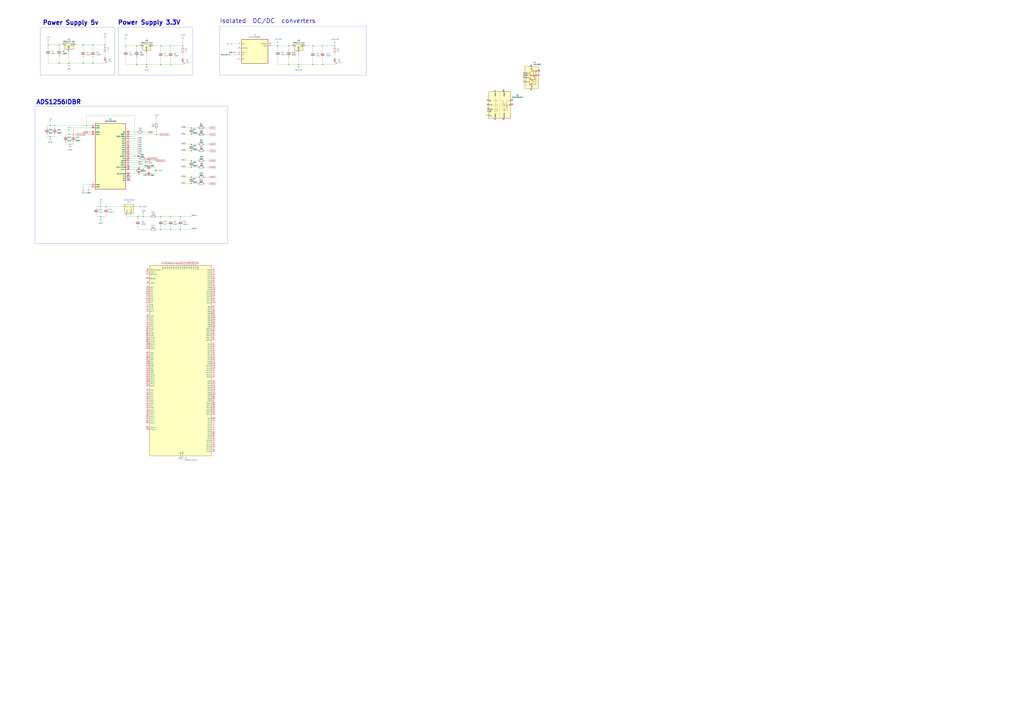
<source format=kicad_sch>
(kicad_sch (version 20231120) (generator "eeschema") (generator_version "8.0")
  (paper "A0")
  (junction (at 222.25 156.21))
  (junction (at 209.55 251.46))
  (junction (at 166.37 251.46))
  (junction (at 58.42 158.75))
  (junction (at 186.69 266.7))
  (junction (at 222.25 167.64))
  (junction (at 198.12 251.46))
  (junction (at 374.65 53.34))
  (junction (at 123.19 240.03))
  (junction (at 107.95 52.07))
  (junction (at 186.69 251.46))
  (junction (at 363.22 74.93))
  (junction (at 80.01 156.21))
  (junction (at 198.12 53.34))
  (junction (at 222.25 205.74))
  (junction (at 96.52 73.66))
  (junction (at 68.58 52.07))
  (junction (at 170.18 74.93))
  (junction (at 222.25 148.59))
  (junction (at 322.58 53.34))
  (junction (at 96.52 52.07))
  (junction (at 100.33 146.05))
  (junction (at 181.61 156.21))
  (junction (at 388.62 53.34))
  (junction (at 161.29 201.93))
  (junction (at 160.02 251.46))
  (junction (at 161.29 194.31))
  (junction (at 222.25 194.31))
  (junction (at 55.88 52.07))
  (junction (at 346.71 74.93))
  (junction (at 116.84 251.46))
  (junction (at 198.12 74.93))
  (junction (at 80.01 73.66))
  (junction (at 180.34 198.12))
  (junction (at 158.75 53.34))
  (junction (at 222.25 186.69))
  (junction (at 58.42 146.05))
  (junction (at 212.09 53.34))
  (junction (at 85.09 156.21))
  (junction (at 209.55 266.7))
  (junction (at 198.12 266.7))
  (junction (at 335.28 74.93))
  (junction (at 335.28 53.34))
  (junction (at 107.95 73.66))
  (junction (at 222.25 213.36))
  (junction (at 116.84 240.03))
  (junction (at 186.69 53.34))
  (junction (at 158.75 74.93))
  (junction (at 374.65 74.93))
  (junction (at 68.58 73.66))
  (junction (at 186.69 74.93))
  (junction (at 63.5 146.05))
  (junction (at 81.28 167.64))
  (junction (at 222.25 175.26))
  (junction (at 363.22 53.34))
  (junction (at 146.05 53.34))
  (junction (at 121.92 52.07))
  (no_connect (at 151.13 204.47))
  (no_connect (at 151.13 209.55))
  (no_connect (at 151.13 207.01))
  (no_connect (at 151.13 201.93))
  (wire (pts (xy 58.42 146.05) (xy 63.5 146.05)))
  (wire (pts (xy 186.69 53.34) (xy 186.69 59.69)))
  (wire (pts (xy 85.09 165.1) (xy 85.09 167.64)))
  (wire (pts (xy 212.09 54.61) (xy 212.09 53.34)))
  (wire (pts (xy 68.58 52.07) (xy 68.58 57.15)))
  (wire (pts (xy 123.19 251.46) (xy 123.19 248.92)))
  (wire (pts (xy 96.52 73.66) (xy 107.95 73.66)))
  (wire (pts (xy 198.12 251.46) (xy 198.12 255.27)))
  (wire (pts (xy 237.49 175.26) (xy 242.57 175.26)))
  (wire (pts (xy 166.37 248.92) (xy 166.37 251.46)))
  (wire (pts (xy 160.02 262.89) (xy 160.02 266.7)))
  (wire (pts (xy 76.2 157.48) (xy 76.2 156.21)))
  (wire (pts (xy 111.76 240.03) (xy 111.76 241.3)))
  (wire (pts (xy 80.01 73.66) (xy 96.52 73.66)))
  (wire (pts (xy 322.58 50.8) (xy 322.58 53.34)))
  (wire (pts (xy 111.76 240.03) (xy 116.84 240.03)))
  (wire (pts (xy 186.69 53.34) (xy 198.12 53.34)))
  (wire (pts (xy 170.18 74.93) (xy 186.69 74.93)))
  (wire (pts (xy 161.29 201.93) (xy 168.91 201.93)))
  (wire (pts (xy 151.13 176.53) (xy 160.02 176.53)))
  (wire (pts (xy 142.24 240.03) (xy 123.19 240.03)))
  (wire (pts (xy 107.95 52.07) (xy 121.92 52.07)))
  (wire (pts (xy 209.55 251.46) (xy 209.55 255.27)))
  (wire (pts (xy 335.28 53.34) (xy 335.28 58.42)))
  (wire (pts (xy 100.33 156.21) (xy 105.41 156.21)))
  (wire (pts (xy 222.25 148.59) (xy 229.87 148.59)))
  (wire (pts (xy 212.09 74.93) (xy 212.09 73.66)))
  (wire (pts (xy 68.58 52.07) (xy 72.39 52.07)))
  (wire (pts (xy 58.42 158.75) (xy 58.42 160.02)))
  (wire (pts (xy 335.28 74.93) (xy 346.71 74.93)))
  (wire (pts (xy 168.91 184.15) (xy 170.18 184.15)))
  (wire (pts (xy 222.25 205.74) (xy 229.87 205.74)))
  (wire (pts (xy 151.13 194.31) (xy 161.29 194.31)))
  (wire (pts (xy 322.58 58.42) (xy 322.58 53.34)))
  (wire (pts (xy 212.09 62.23) (xy 212.09 66.04)))
  (wire (pts (xy 181.61 138.43) (xy 181.61 142.24)))
  (wire (pts (xy 116.84 240.03) (xy 123.19 240.03)))
  (wire (pts (xy 186.69 74.93) (xy 198.12 74.93)))
  (wire (pts (xy 198.12 74.93) (xy 212.09 74.93)))
  (wire (pts (xy 322.58 74.93) (xy 335.28 74.93)))
  (wire (pts (xy 210.82 205.74) (xy 222.25 205.74)))
  (wire (pts (xy 58.42 142.24) (xy 58.42 146.05)))
  (wire (pts (xy 68.58 73.66) (xy 80.01 73.66)))
  (wire (pts (xy 198.12 251.46) (xy 209.55 251.46)))
  (wire (pts (xy 322.58 53.34) (xy 335.28 53.34)))
  (wire (pts (xy 346.71 74.93) (xy 363.22 74.93)))
  (wire (pts (xy 181.61 251.46) (xy 186.69 251.46)))
  (wire (pts (xy 151.13 158.75) (xy 156.21 158.75)))
  (wire (pts (xy 346.71 60.96) (xy 346.71 74.93)))
  (wire (pts (xy 181.61 266.7) (xy 186.69 266.7)))
  (wire (pts (xy 102.87 217.17) (xy 105.41 217.17)))
  (wire (pts (xy 273.05 60.96) (xy 275.59 60.96)))
  (wire (pts (xy 100.33 146.05) (xy 105.41 146.05)))
  (wire (pts (xy 222.25 186.69) (xy 229.87 186.69)))
  (wire (pts (xy 80.01 59.69) (xy 80.01 73.66)))
  (wire (pts (xy 151.13 168.91) (xy 160.02 168.91)))
  (wire (pts (xy 198.12 53.34) (xy 198.12 59.69)))
  (wire (pts (xy 107.95 73.66) (xy 121.92 73.66)))
  (wire (pts (xy 270.51 50.8) (xy 275.59 50.8)))
  (wire (pts (xy 198.12 266.7) (xy 186.69 266.7)))
  (wire (pts (xy 63.5 156.21) (xy 63.5 158.75)))
  (wire (pts (xy 63.5 148.59) (xy 63.5 146.05)))
  (wire (pts (xy 87.63 52.07) (xy 96.52 52.07)))
  (wire (pts (xy 210.82 194.31) (xy 222.25 194.31)))
  (wire (pts (xy 237.49 156.21) (xy 242.57 156.21)))
  (wire (pts (xy 54.61 148.59) (xy 54.61 146.05)))
  (wire (pts (xy 151.13 179.07) (xy 160.02 179.07)))
  (wire (pts (xy 151.13 153.67) (xy 158.75 153.67)))
  (wire (pts (xy 147.32 250.19) (xy 147.32 251.46)))
  (wire (pts (xy 222.25 213.36) (xy 229.87 213.36)))
  (wire (pts (xy 186.69 266.7) (xy 186.69 262.89)))
  (wire (pts (xy 156.21 158.75) (xy 156.21 134.62)))
  (wire (pts (xy 146.05 66.04) (xy 146.05 74.93)))
  (wire (pts (xy 55.88 48.26) (xy 55.88 52.07)))
  (wire (pts (xy 151.13 156.21) (xy 181.61 156.21)))
  (wire (pts (xy 237.49 213.36) (xy 242.57 213.36)))
  (wire (pts (xy 237.49 186.69) (xy 242.57 186.69)))
  (wire (pts (xy 237.49 194.31) (xy 242.57 194.31)))
  (wire (pts (xy 175.26 186.69) (xy 180.34 186.69)))
  (wire (pts (xy 151.13 184.15) (xy 161.29 184.15)))
  (wire (pts (xy 388.62 54.61) (xy 388.62 53.34)))
  (wire (pts (xy 186.69 251.46) (xy 186.69 255.27)))
  (wire (pts (xy 96.52 214.63) (xy 96.52 219.71)))
  (wire (pts (xy 146.05 74.93) (xy 158.75 74.93)))
  (wire (pts (xy 335.28 53.34) (xy 339.09 53.34)))
  (wire (pts (xy 55.88 64.77) (xy 55.88 73.66)))
  (wire (pts (xy 363.22 74.93) (xy 374.65 74.93)))
  (wire (pts (xy 181.61 149.86) (xy 181.61 156.21)))
  (wire (pts (xy 76.2 156.21) (xy 80.01 156.21)))
  (wire (pts (xy 102.87 219.71) (xy 102.87 217.17)))
  (wire (pts (xy 186.69 67.31) (xy 186.69 74.93)))
  (wire (pts (xy 181.61 156.21) (xy 184.15 156.21)))
  (wire (pts (xy 212.09 45.72) (xy 212.09 53.34)))
  (wire (pts (xy 121.92 53.34) (xy 121.92 52.07)))
  (wire (pts (xy 210.82 175.26) (xy 222.25 175.26)))
  (wire (pts (xy 146.05 58.42) (xy 146.05 53.34)))
  (wire (pts (xy 105.41 214.63) (xy 96.52 214.63)))
  (wire (pts (xy 107.95 52.07) (xy 107.95 58.42)))
  (wire (pts (xy 96.52 52.07) (xy 96.52 58.42)))
  (wire (pts (xy 160.02 266.7) (xy 173.99 266.7)))
  (wire (pts (xy 85.09 157.48) (xy 85.09 156.21)))
  (wire (pts (xy 146.05 53.34) (xy 158.75 53.34)))
  (wire (pts (xy 123.19 240.03) (xy 123.19 241.3)))
  (wire (pts (xy 161.29 194.31) (xy 168.91 194.31)))
  (wire (pts (xy 151.13 173.99) (xy 160.02 173.99)))
  (wire (pts (xy 209.55 266.7) (xy 198.12 266.7)))
  (wire (pts (xy 80.01 73.66) (xy 80.01 74.93)))
  (wire (pts (xy 151.13 161.29) (xy 160.02 161.29)))
  (wire (pts (xy 374.65 53.34) (xy 388.62 53.34)))
  (wire (pts (xy 116.84 251.46) (xy 116.84 254)))
  (wire (pts (xy 151.13 186.69) (xy 167.64 186.69)))
  (wire (pts (xy 198.12 67.31) (xy 198.12 74.93)))
  (wire (pts (xy 55.88 73.66) (xy 68.58 73.66)))
  (wire (pts (xy 96.52 52.07) (xy 107.95 52.07)))
  (wire (pts (xy 170.18 60.96) (xy 170.18 74.93)))
  (wire (pts (xy 76.2 167.64) (xy 81.28 167.64)))
  (wire (pts (xy 121.92 60.96) (xy 121.92 64.77)))
  (wire (pts (xy 374.65 53.34) (xy 374.65 59.69)))
  (wire (pts (xy 237.49 167.64) (xy 242.57 167.64)))
  (wire (pts (xy 176.53 194.31) (xy 180.34 194.31)))
  (wire (pts (xy 157.48 240.03) (xy 161.29 240.03)))
  (wire (pts (xy 107.95 66.04) (xy 107.95 73.66)))
  (wire (pts (xy 81.28 167.64) (xy 81.28 168.91)))
  (wire (pts (xy 156.21 196.85) (xy 156.21 201.93)))
  (wire (pts (xy 170.18 74.93) (xy 170.18 76.2)))
  (wire (pts (xy 100.33 134.62) (xy 100.33 146.05)))
  (wire (pts (xy 209.55 266.7) (xy 222.25 266.7)))
  (wire (pts (xy 147.32 251.46) (xy 160.02 251.46)))
  (wire (pts (xy 54.61 156.21) (xy 54.61 158.75)))
  (wire (pts (xy 151.13 191.77) (xy 160.02 191.77)))
  (wire (pts (xy 210.82 148.59) (xy 222.25 148.59)))
  (wire (pts (xy 237.49 148.59) (xy 242.57 148.59)))
  (wire (pts (xy 222.25 156.21) (xy 229.87 156.21)))
  (wire (pts (xy 177.8 53.34) (xy 186.69 53.34)))
  (wire (pts (xy 54.61 158.75) (xy 58.42 158.75)))
  (wire (pts (xy 374.65 67.31) (xy 374.65 74.93)))
  (wire (pts (xy 151.13 163.83) (xy 160.02 163.83)))
  (wire (pts (xy 222.25 194.31) (xy 229.87 194.31)))
  (wire (pts (xy 267.97 63.5) (xy 275.59 63.5)))
  (wire (pts (xy 209.55 262.89) (xy 209.55 266.7)))
  (wire (pts (xy 186.69 251.46) (xy 198.12 251.46)))
  (wire (pts (xy 158.75 74.93) (xy 170.18 74.93)))
  (wire (pts (xy 374.65 74.93) (xy 388.62 74.93)))
  (wire (pts (xy 322.58 66.04) (xy 322.58 74.93)))
  (wire (pts (xy 151.13 189.23) (xy 160.02 189.23)))
  (wire (pts (xy 180.34 201.93) (xy 180.34 198.12)))
  (wire (pts (xy 85.09 148.59) (xy 85.09 156.21)))
  (wire (pts (xy 121.92 44.45) (xy 121.92 52.07)))
  (wire (pts (xy 335.28 66.04) (xy 335.28 74.93)))
  (wire (pts (xy 111.76 248.92) (xy 111.76 251.46)))
  (wire (pts (xy 81.28 167.64) (xy 85.09 167.64)))
  (wire (pts (xy 158.75 53.34) (xy 158.75 58.42)))
  (wire (pts (xy 316.23 53.34) (xy 322.58 53.34)))
  (wire (pts (xy 198.12 262.89) (xy 198.12 266.7)))
  (wire (pts (xy 388.62 74.93) (xy 388.62 73.66)))
  (wire (pts (xy 116.84 251.46) (xy 123.19 251.46)))
  (wire (pts (xy 166.37 251.46) (xy 173.99 251.46)))
  (wire (pts (xy 210.82 186.69) (xy 222.25 186.69)))
  (wire (pts (xy 222.25 251.46) (xy 209.55 251.46)))
  (wire (pts (xy 210.82 167.64) (xy 222.25 167.64)))
  (wire (pts (xy 346.71 74.93) (xy 346.71 76.2)))
  (wire (pts (xy 166.37 153.67) (xy 171.45 153.67)))
  (wire (pts (xy 80.01 152.4) (xy 80.01 156.21)))
  (wire (pts (xy 146.05 45.72) (xy 146.05 53.34)))
  (wire (pts (xy 237.49 205.74) (xy 242.57 205.74)))
  (wire (pts (xy 363.22 53.34) (xy 374.65 53.34)))
  (wire (pts (xy 55.88 52.07) (xy 68.58 52.07)))
  (wire (pts (xy 158.75 53.34) (xy 162.56 53.34)))
  (wire (pts (xy 80.01 156.21) (xy 85.09 156.21)))
  (wire (pts (xy 363.22 67.31) (xy 363.22 74.93)))
  (wire (pts (xy 96.52 66.04) (xy 96.52 73.66)))
  (wire (pts (xy 55.88 57.15) (xy 55.88 52.07)))
  (wire (pts (xy 180.34 194.31) (xy 180.34 198.12)))
  (wire (pts (xy 160.02 251.46) (xy 166.37 251.46)))
  (wire (pts (xy 222.25 167.64) (xy 229.87 167.64)))
  (wire (pts (xy 363.22 53.34) (xy 363.22 59.69)))
  (wire (pts (xy 156.21 134.62) (xy 100.33 134.62)))
  (wire (pts (xy 151.13 171.45) (xy 160.02 171.45)))
  (wire (pts (xy 388.62 62.23) (xy 388.62 66.04)))
  (wire (pts (xy 76.2 165.1) (xy 76.2 167.64)))
  (wire (pts (xy 121.92 73.66) (xy 121.92 72.39)))
  (wire (pts (xy 354.33 53.34) (xy 363.22 53.34)))
  (wire (pts (xy 68.58 64.77) (xy 68.58 73.66)))
  (wire (pts (xy 222.25 175.26) (xy 229.87 175.26)))
  (wire (pts (xy 160.02 255.27) (xy 160.02 251.46)))
  (wire (pts (xy 210.82 156.21) (xy 222.25 156.21)))
  (wire (pts (xy 116.84 236.22) (xy 116.84 240.03)))
  (wire (pts (xy 151.13 181.61) (xy 154.94 181.61)))
  (wire (pts (xy 176.53 201.93) (xy 180.34 201.93)))
  (wire (pts (xy 54.61 146.05) (xy 58.42 146.05)))
  (wire (pts (xy 151.13 166.37) (xy 160.02 166.37)))
  (wire (pts (xy 58.42 158.75) (xy 63.5 158.75)))
  (wire (pts (xy 111.76 251.46) (xy 116.84 251.46)))
  (wire (pts (xy 388.62 50.8) (xy 388.62 53.34)))
  (wire (pts (xy 151.13 196.85) (xy 156.21 196.85)))
  (wire (pts (xy 105.41 148.59) (xy 85.09 148.59)))
  (wire (pts (xy 104.14 153.67) (xy 105.41 153.67)))
  (wire (pts (xy 63.5 146.05) (xy 100.33 146.05)))
  (wire (pts (xy 158.75 66.04) (xy 158.75 74.93)))
  (wire (pts (xy 210.82 213.36) (xy 222.25 213.36)))
  (wire (pts (xy 198.12 53.34) (xy 212.09 53.34)))
  (wire (pts (xy 156.21 201.93) (xy 161.29 201.93)))
  (rectangle (start 137.16 31.75) (end 223.52 87.63))
  (rectangle (start 40.64 123.19) (end 264.16 283.21))
  (rectangle (start 46.99 31.75) (end 133.35 87.63))
  (rectangle (start 255.27 30.48) (end 425.45 87.63))
  (text "ADS1256IDBR\n" (at 68.072 118.618 0) (effects (font (size 5.08 5.08) (thickness 1.016) (bold yes))))
  (text "Power Supply 5v\n\n" (at 82.042 30.48 0) (effects (font (size 5.08 5.08) (thickness 1.016) (bold yes))))
  (text "Isolated  DC/DC  converters" (at 310.896 24.384 0) (effects (font (size 5.08 5.08) (thickness 0.508) (bold yes))))
  (text "Power Supply 3.3V\n" (at 173.228 26.162 0) (effects (font (size 5.08 5.08) (thickness 1.016) (bold yes))))
  (label "AIN7" (at 160.02 179.07 0))
  (label "AIN0" (at 160.02 161.29 0))
  (label "AIN2" (at 160.02 166.37 0))
  (label "AIN6" (at 210.82 205.74 0))
  (label "AIN4" (at 160.02 171.45 0))
  (label "AIN5" (at 160.02 173.99 0))
  (label "VREFP" (at 160.02 189.23 0))
  (label "VREPN" (at 222.25 266.7 0))
  (label "AIN3" (at 160.02 168.91 0))
  (label "AIN1" (at 160.02 163.83 0))
  (label "AIN7" (at 210.82 213.36 0))
  (label "AIN3" (at 210.82 175.26 0))
  (label "AIN0" (at 210.82 148.59 0))
  (label "AIN2" (at 210.82 167.64 0))
  (label "AIN1" (at 210.82 156.21 0))
  (label "AIN5" (at 210.82 194.31 0))
  (label "AIN6" (at 160.02 176.53 0))
  (label "VREFP" (at 222.25 251.46 0))
  (label "VREFN" (at 160.02 191.77 0))
  (label "AIN4" (at 210.82 186.69 0))
  (global_label "VinN3" (shape input) (at 242.57 194.31 0) (property "Intersheetrefs" "${INTERSHEET_REFS}" (effects (hide yes))))
  (global_label "VinN4" (shape input) (at 242.57 213.36 0) (property "Intersheetrefs" "${INTERSHEET_REFS}" (effects (hide yes))))
  (global_label "ADC_RESET" (shape input) (at 184.15 156.21 0) (property "Intersheetrefs" "${INTERSHEET_REFS}" (effects (hide yes))))
  (global_label "VinP1" (shape input) (at 242.57 148.59 0) (property "Intersheetrefs" "${INTERSHEET_REFS}" (effects (hide yes))))
  (global_label "SSO" (shape input) (at 171.45 153.67 0) (property "Intersheetrefs" "${INTERSHEET_REFS}" (effects (hide yes))))
  (global_label "DRDY" (shape input) (at 104.14 153.67 180) (property "Intersheetrefs" "${INTERSHEET_REFS}" (effects (hide yes))))
  (global_label "VinP3" (shape input) (at 242.57 186.69 0) (property "Intersheetrefs" "${INTERSHEET_REFS}" (effects (hide yes))))
  (global_label "VinP4" (shape input) (at 242.57 205.74 0) (property "Intersheetrefs" "${INTERSHEET_REFS}" (effects (hide yes))))
  (global_label "SPI3_MOSI" (shape input) (at 170.18 184.15 0) (property "Intersheetrefs" "${INTERSHEET_REFS}" (effects (hide yes))))
  (global_label "SPI3_SCK" (shape input) (at 180.34 186.69 0) (property "Intersheetrefs" "${INTERSHEET_REFS}" (effects (hide yes))))
  (global_label "VinN1" (shape input) (at 242.57 156.21 0) (property "Intersheetrefs" "${INTERSHEET_REFS}" (effects (hide yes))))
  (global_label "SPI3_MISO" (shape input) (at 100.33 156.21 180) (property "Intersheetrefs" "${INTERSHEET_REFS}" (effects (hide yes))))
  (global_label "VinN2" (shape input) (at 242.57 175.26 0) (property "Intersheetrefs" "${INTERSHEET_REFS}" (effects (hide yes))))
  (global_label "VinP2" (shape input) (at 242.57 167.64 0) (property "Intersheetrefs" "${INTERSHEET_REFS}" (effects (hide yes))))
  (symbol (lib_id "power:+5V") (at 116.84 236.22 0) (unit 1)
    (property "Reference" "#PWR025" (effects (hide yes)))
    (property "Value" "+5V" (at 116.84 232.156 0))
    (property "Description" "Power symbol creates a global label with name \"+5V\"" (effects (hide yes)))
  )
  (symbol (lib_id "power:+5V") (at 388.62 50.8 0) (unit 1)
    (property "Reference" "#PWR013" (effects (hide yes)))
    (property "Value" "+3.3V_ISO" (at 388.62 45.72 0))
    (property "Description" "Power symbol creates a global label with name \"+5V\"" (effects (hide yes)))
  )
  (symbol (lib_id "Device:LED") (at 212.09 69.85 90) (unit 1)
    (property "Reference" "D2" (at 215.9 70.1674 90) (effects (justify right)))
    (property "Value" "LED" (at 215.9 72.7074 90) (effects (justify right)))
    (property "Description" "Light emitting diode" (effects (hide yes)))
  )
  (symbol (lib_id "Device:R") (at 121.92 57.15 0) (unit 1)
    (property "Reference" "R1" (at 124.46 55.8799 0) (effects (justify left)))
    (property "Value" "1k" (at 124.46 58.4199 0) (effects (justify left)))
    (property "Description" "Resistor" (effects (hide yes)))
  )
  (symbol (lib_id "Device:Crystal") (at 161.29 198.12 90) (unit 1)
    (property "Reference" "Y1" (at 164.846 196.85 90) (effects (justify right)))
    (property "Value" "8MHz" (at 164.338 198.628 90) (effects (justify right)))
    (property "Description" "Two pin crystal" (effects (hide yes)))
  )
  (symbol (lib_id "Interface_UART:ADM2483xRW") (at 580.39 121.92 0) (unit 1)
    (property "Reference" "U3" (at 600.71 110.5214 0))
    (property "Value" "ADM2483xRW" (at 600.71 113.0614 0))
    (property "Footprint" "Package_SO:SOIC-16W_7.5x10.3mm_P1.27mm" (effects (hide yes)))
    (property "Datasheet" "https://www.analog.com/media/en/technical-documentation/data-sheets/adm2483.pdf" (effects (hide yes)))
    (property "Description" "Isolated RS485/RS422 Transceiver, Half-Duplex, 500kbps, SOIC-16W" (effects (hide yes)))
  )
  (symbol (lib_id "Device:R") (at 212.09 58.42 0) (unit 1)
    (property "Reference" "R2" (at 214.63 57.1499 0) (effects (justify left)))
    (property "Value" "1k" (at 214.63 59.6899 0) (effects (justify left)))
    (property "Description" "Resistor" (effects (hide yes)))
  )
  (symbol (lib_id "Device:LED") (at 121.92 68.58 90) (unit 1)
    (property "Reference" "D1" (at 125.73 68.8974 90) (effects (justify right)))
    (property "Value" "LED" (at 125.73 71.4374 90) (effects (justify right)))
    (property "Description" "Light emitting diode" (effects (hide yes)))
  )
  (symbol (lib_id "Device:C") (at 107.95 62.23 0) (unit 1)
    (property "Reference" "C3" (at 111.76 60.9599 0) (effects (justify left)))
    (property "Value" "100nF" (at 111.76 63.4999 0) (effects (justify left)))
    (property "Description" "Unpolarized capacitor" (effects (hide yes)))
  )
  (symbol (lib_id "power:GND") (at 80.01 74.93 0) (unit 1)
    (property "Reference" "#PWR03" (effects (hide yes)))
    (property "Value" "GND" (at 80.01 80.01 0))
    (property "Description" "Power symbol creates a global label with name \"GND\" , ground" (effects (hide yes)))
  )
  (symbol (lib_id "Device:C") (at 374.65 63.5 0) (unit 1)
    (property "Reference" "C12" (at 378.46 62.2299 0) (effects (justify left)))
    (property "Value" "100nF" (at 378.46 64.7699 0) (effects (justify left)))
    (property "Description" "Unpolarized capacitor" (effects (hide yes)))
  )
  (symbol (lib_id "Device:R") (at 233.68 186.69 90) (unit 1)
    (property "Reference" "R8" (at 233.68 182.118 90))
    (property "Value" "300" (at 233.68 184.404 90))
    (property "Description" "Resistor" (effects (hide yes)))
  )
  (symbol (lib_id "Device:R") (at 177.8 251.46 90) (unit 1)
    (property "Reference" "R11" (at 177.8 246.38 90))
    (property "Value" "49.9" (at 178.054 248.92 90))
    (property "Description" "Resistor" (effects (hide yes)))
  )
  (symbol (lib_id "power:GND") (at 81.28 168.91 0) (unit 1)
    (property "Reference" "#PWR017" (effects (hide yes)))
    (property "Value" "AGND" (at 81.28 173.99 0))
    (property "Description" "Power symbol creates a global label with name \"GND\" , ground" (effects (hide yes)))
  )
  (symbol (lib_id "Device:R") (at 233.68 194.31 90) (unit 1)
    (property "Reference" "R9" (at 233.934 190.246 90))
    (property "Value" "300" (at 233.934 192.278 90))
    (property "Description" "Resistor" (effects (hide yes)))
  )
  (symbol (lib_id "Device:R") (at 388.62 58.42 0) (unit 1)
    (property "Reference" "R3" (at 391.16 57.1499 0) (effects (justify left)))
    (property "Value" "1k" (at 391.16 59.6899 0) (effects (justify left)))
    (property "Description" "Resistor" (effects (hide yes)))
  )
  (symbol (lib_id "MCU_ST_STM32F4:STM32F407IETx") (at 209.55 420.37 0) (unit 1)
    (property "Reference" "U2" (at 214.2841 532.13 0) (effects (justify left)))
    (property "Value" "STM32F407IETx" (at 214.2841 534.67 0) (effects (justify left)))
    (property "Footprint" "Package_QFP:LQFP-176_24x24mm_P0.5mm" (effects (hide yes)))
    (property "Datasheet" "https://www.st.com/resource/en/datasheet/stm32f407ie.pdf" (effects (hide yes)))
    (property "Description" "STMicroelectronics Arm Cortex-M4 MCU, 512KB flash, 192KB RAM, 168 MHz, 1.8-3.6V, 140 GPIO, LQFP176" (effects (hide yes)))
  )
  (symbol (lib_id "Device:C") (at 363.22 63.5 0) (unit 1)
    (property "Reference" "C11" (at 367.03 62.2299 0) (effects (justify left)))
    (property "Value" "10uF" (at 367.03 64.7699 0) (effects (justify left)))
    (property "Description" "Unpolarized capacitor" (effects (hide yes)))
  )
  (symbol (lib_id "Device:R") (at 233.68 156.21 90) (unit 1)
    (property "Reference" "R5" (at 233.934 152.146 90))
    (property "Value" "300" (at 233.68 153.924 90))
    (property "Description" "Resistor" (effects (hide yes)))
  )
  (symbol (lib_id "Device:C") (at 198.12 63.5 0) (unit 1)
    (property "Reference" "C8" (at 201.93 62.2299 0) (effects (justify left)))
    (property "Value" "100nF" (at 201.93 64.7699 0) (effects (justify left)))
    (property "Description" "Unpolarized capacitor" (effects (hide yes)))
  )
  (symbol (lib_id "Regulator_Linear:AMS1117-3.3") (at 346.71 53.34 0) (unit 1)
    (property "Reference" "U9" (at 346.71 46.99 0))
    (property "Value" "AMS1117-3.3" (at 346.71 49.53 0))
    (property "Footprint" "Package_TO_SOT_SMD:SOT-223-3_TabPin2" (effects (hide yes)))
    (property "Datasheet" "http://www.advanced-monolithic.com/pdf/ds1117.pdf" (effects (hide yes)))
    (property "Description" "1A Low Dropout regulator, positive, 3.3V fixed output, SOT-223" (effects (hide yes)))
  )
  (symbol (lib_id "Device:C") (at 222.25 190.5 180) (unit 1)
    (property "Reference" "C26" (at 227.584 188.468 0) (effects (justify left)))
    (property "Value" "100pF" (at 229.616 192.532 0) (effects (justify left)))
    (property "Description" "Unpolarized capacitor" (effects (hide yes)))
  )
  (symbol (lib_id "power:+12V") (at 181.61 138.43 0) (unit 1)
    (property "Reference" "#PWR020" (effects (hide yes)))
    (property "Value" "+3V3" (at 181.356 133.858 0))
    (property "Description" "Power symbol creates a global label with name \"+12V\"" (effects (hide yes)))
  )
  (symbol (lib_id "power:GND") (at 58.42 160.02 0) (unit 1)
    (property "Reference" "#PWR027" (effects (hide yes)))
    (property "Value" "AGND" (at 58.42 165.1 0))
    (property "Description" "Power symbol creates a global label with name \"GND\" , ground" (effects (hide yes)))
  )
  (symbol (lib_id "power:GND") (at 180.34 198.12 90) (unit 1)
    (property "Reference" "#PWR019" (effects (hide yes)))
    (property "Value" "GND" (at 184.15 198.1199 90) (effects (justify right)))
    (property "Description" "Power symbol creates a global label with name \"GND\" , ground" (effects (hide yes)))
  )
  (symbol (lib_id "power:GND") (at 170.18 76.2 0) (unit 1)
    (property "Reference" "#PWR05" (effects (hide yes)))
    (property "Value" "GND" (at 170.18 81.28 0))
    (property "Description" "Power symbol creates a global label with name \"GND\" , ground" (effects (hide yes)))
  )
  (symbol (lib_id "Device:R") (at 233.68 167.64 90) (unit 1)
    (property "Reference" "R6" (at 233.68 163.068 90))
    (property "Value" "300" (at 233.68 165.354 90))
    (property "Description" "Resistor" (effects (hide yes)))
  )
  (symbol (lib_id "Device:C") (at 222.25 171.45 180) (unit 1)
    (property "Reference" "C25" (at 227.584 169.418 0) (effects (justify left)))
    (property "Value" "100pF" (at 229.616 173.482 0) (effects (justify left)))
    (property "Description" "Unpolarized capacitor" (effects (hide yes)))
  )
  (symbol (lib_id "Regulator_Linear:AMS1117-5.0") (at 80.01 52.07 0) (unit 1)
    (property "Reference" "U7" (at 80.01 45.72 0))
    (property "Value" "AMS1117-5.0" (at 80.01 48.26 0))
    (property "Footprint" "Package_TO_SOT_SMD:SOT-223-3_TabPin2" (effects (hide yes)))
    (property "Datasheet" "http://www.advanced-monolithic.com/pdf/ds1117.pdf" (effects (hide yes)))
    (property "Description" "1A Low Dropout regulator, positive, 5.0V fixed output, SOT-223" (effects (hide yes)))
  )
  (symbol (lib_id "Device:R") (at 181.61 146.05 180) (unit 1)
    (property "Reference" "R17" (at 178.562 144.78 0))
    (property "Value" "100K" (at 178.054 146.812 0))
    (property "Description" "Resistor" (effects (hide yes)))
  )
  (symbol (lib_id "Device:C") (at 158.75 62.23 0) (unit 1)
    (property "Reference" "C6" (at 162.56 60.9599 0) (effects (justify left)))
    (property "Value" "22uF" (at 162.56 63.4999 0) (effects (justify left)))
    (property "Description" "Unpolarized capacitor" (effects (hide yes)))
  )
  (symbol (lib_id "Device:C") (at 146.05 62.23 0) (unit 1)
    (property "Reference" "C1" (at 149.86 60.9599 0) (effects (justify left)))
    (property "Value" "10uF" (at 149.86 63.4999 0) (effects (justify left)))
    (property "Description" "Unpolarized capacitor" (effects (hide yes)))
  )
  (symbol (lib_id "Device:C") (at 335.28 62.23 0) (unit 1)
    (property "Reference" "C10" (at 339.09 60.9599 0) (effects (justify left)))
    (property "Value" "22uF" (at 339.09 63.4999 0) (effects (justify left)))
    (property "Description" "Unpolarized capacitor" (effects (hide yes)))
  )
  (symbol (lib_id "Device:C") (at 111.76 245.11 0) (unit 1)
    (property "Reference" "C20" (at 114.3 243.332 0) (effects (justify left)))
    (property "Value" "10uF" (at 114.554 246.38 0) (effects (justify left)))
    (property "Description" "Unpolarized capacitor" (effects (hide yes)))
  )
  (symbol (lib_id "Device:R") (at 233.68 205.74 90) (unit 1)
    (property "Reference" "R10" (at 233.68 201.168 90))
    (property "Value" "300" (at 233.68 203.454 90))
    (property "Description" "Resistor" (effects (hide yes)))
  )
  (symbol (lib_id "Device:C") (at 222.25 152.4 180) (unit 1)
    (property "Reference" "C24" (at 227.584 150.368 0) (effects (justify left)))
    (property "Value" "100pF" (at 229.616 154.432 0) (effects (justify left)))
    (property "Description" "Unpolarized capacitor" (effects (hide yes)))
  )
  (symbol (lib_id "Device:C") (at 209.55 259.08 0) (unit 1)
    (property "Reference" "C33" (at 212.09 257.556 0) (effects (justify left)))
    (property "Value" "100pF" (at 212.344 260.604 0) (effects (justify left)))
    (property "Description" "Unpolarized capacitor" (effects (hide yes)))
  )
  (symbol (lib_id "power:+5V") (at 322.58 50.8 0) (unit 1)
    (property "Reference" "#PWR09" (effects (hide yes)))
    (property "Value" "+5V_ISO" (at 318.77 45.72 0) (effects (justify left)))
    (property "Description" "Power symbol creates a global label with name \"+5V\"" (effects (hide yes)))
  )
  (symbol (lib_id "Device:C") (at 198.12 259.08 0) (unit 1)
    (property "Reference" "C31" (at 200.914 257.556 0) (effects (justify left)))
    (property "Value" "100nF" (at 200.66 260.35 0) (effects (justify left)))
    (property "Description" "Unpolarized capacitor" (effects (hide yes)))
  )
  (symbol (lib_id "Device:LED") (at 388.62 69.85 90) (unit 1)
    (property "Reference" "D3" (at 392.43 70.1674 90) (effects (justify right)))
    (property "Value" "LED" (at 392.43 72.7074 90) (effects (justify right)))
    (property "Description" "Light emitting diode" (effects (hide yes)))
  )
  (symbol (lib_id "Device:R") (at 162.56 153.67 90) (unit 1)
    (property "Reference" "R16" (at 162.56 149.098 90))
    (property "Value" "100" (at 162.56 151.384 90))
    (property "Description" "Resistor" (effects (hide yes)))
  )
  (symbol (lib_id "power:GND") (at 96.52 219.71 0) (unit 1)
    (property "Reference" "#PWR018" (effects (hide yes)))
    (property "Value" "AGND" (at 97.282 224.028 0))
    (property "Description" "Power symbol creates a global label with name \"GND\" , ground" (effects (hide yes)))
  )
  (symbol (lib_id "Device:C") (at 160.02 259.08 0) (unit 1)
    (property "Reference" "C22" (at 163.83 257.8099 0) (effects (justify left)))
    (property "Value" "100nF" (at 163.83 260.3499 0) (effects (justify left)))
    (property "Description" "Unpolarized capacitor" (effects (hide yes)))
  )
  (symbol (lib_id "Device:C") (at 322.58 62.23 0) (unit 1)
    (property "Reference" "C9" (at 326.39 60.9599 0) (effects (justify left)))
    (property "Value" "10uF" (at 326.39 63.4999 0) (effects (justify left)))
    (property "Description" "Unpolarized capacitor" (effects (hide yes)))
  )
  (symbol (lib_id "Device:R") (at 233.68 213.36 90) (unit 1)
    (property "Reference" "R12" (at 233.68 209.296 90))
    (property "Value" "300" (at 233.68 211.328 90))
    (property "Description" "Resistor" (effects (hide yes)))
  )
  (symbol (lib_id "power:+12V") (at 146.05 45.72 0) (unit 1)
    (property "Reference" "#PWR04" (effects (hide yes)))
    (property "Value" "+12V" (at 146.05 40.64 0))
    (property "Description" "Power symbol creates a global label with name \"+12V\"" (effects (hide yes)))
  )
  (symbol (lib_id "Device:R") (at 233.68 148.59 90) (unit 1)
    (property "Reference" "R4" (at 233.68 144.018 90))
    (property "Value" "300" (at 233.68 146.304 90))
    (property "Description" "Resistor" (effects (hide yes)))
  )
  (symbol (lib_id "Device:C") (at 63.5 152.4 0) (unit 1)
    (property "Reference" "C34" (at 66.548 150.876 0) (effects (justify left)))
    (property "Value" "100nF" (at 66.04 154.432 0) (effects (justify left)))
    (property "Description" "Unpolarized capacitor" (effects (hide yes)))
  )
  (symbol (lib_id "Device:C") (at 85.09 161.29 0) (unit 1)
    (property "Reference" "C17" (at 88.138 159.766 0) (effects (justify left)))
    (property "Value" "100nF" (at 87.63 163.322 0) (effects (justify left)))
    (property "Description" "Unpolarized capacitor" (effects (hide yes)))
  )
  (symbol (lib_id "power:GND") (at 346.71 76.2 0) (unit 1)
    (property "Reference" "#PWR012" (effects (hide yes)))
    (property "Value" "GND_ISO" (at 346.71 81.28 0))
    (property "Description" "Power symbol creates a global label with name \"GND\" , ground" (effects (hide yes)))
  )
  (symbol (lib_id "power:+5V") (at 270.51 50.8 90) (unit 1)
    (property "Reference" "#PWR07" (effects (hide yes)))
    (property "Value" "+5V" (at 266.7 50.7999 90) (effects (justify left)))
    (property "Description" "Power symbol creates a global label with name \"+5V\"" (effects (hide yes)))
  )
  (symbol (lib_id "Device:C") (at 96.52 62.23 0) (unit 1)
    (property "Reference" "C2" (at 100.33 60.9599 0) (effects (justify left)))
    (property "Value" "10uF" (at 100.33 63.4999 0) (effects (justify left)))
    (property "Description" "Unpolarized capacitor" (effects (hide yes)))
  )
  (symbol (lib_id "ADS1256IDBR:ADS1256IDBR") (at 128.27 181.61 0) (mirror y) (unit 1)
    (property "Reference" "U1" (at 128.27 138.43 0))
    (property "Value" "ADS1256IDBR" (at 128.27 140.97 0))
    (property "Footprint" "ADS1256:SOP65P780X200-28N" (effects (hide yes)))
    (property "DigiKey_Part_Number" "296-25898-2-ND" (effects (hide yes)))
    (property "SnapEDA_Link" "https://www.snapeda.com/parts/ADS1256IDBR/Texas+Instruments/view-part/?ref=snap" (effects (hide yes)))
    (property "Description_1" "\n                        \n                            24-Bit, 30kSPS, 8-Ch Delta-Sigma ADC With PGA for Factory Automation and Process Control\n                        \n" (effects (hide yes)))
    (property "MF" "Texas Instruments" (effects (hide yes)))
    (property "Package" "SSOP-28 Texas Instruments" (effects (hide yes)))
    (property "Check_prices" "https://www.snapeda.com/parts/ADS1256IDBR/Texas+Instruments/view-part/?ref=eda" (effects (hide yes)))
    (property "MP" "ADS1256IDBR" (effects (hide yes)))
  )
  (symbol (lib_id "Device:R") (at 165.1 184.15 90) (unit 1)
    (property "Reference" "R15" (at 165.1 179.578 90))
    (property "Value" "100" (at 165.1 181.864 90))
    (property "Description" "Resistor" (effects (hide yes)))
  )
  (symbol (lib_id "Device:C") (at 186.69 259.08 0) (unit 1)
    (property "Reference" "C23" (at 189.23 257.302 0) (effects (justify left)))
    (property "Value" "47uF" (at 189.23 260.35 0) (effects (justify left)))
    (property "Description" "Unpolarized capacitor" (effects (hide yes)))
  )
  (symbol (lib_id "power:+5V") (at 80.01 152.4 0) (unit 1)
    (property "Reference" "#PWR016" (effects (hide yes)))
    (property "Value" "+3V3" (at 80.01 148.336 0))
    (property "Description" "Power symbol creates a global label with name \"+5V\"" (effects (hide yes)))
  )
  (symbol (lib_id "Regulator_Linear:AMS1117-3.3") (at 170.18 53.34 0) (unit 1)
    (property "Reference" "U8" (at 170.18 46.99 0))
    (property "Value" "AMS1117-3.3" (at 170.18 49.53 0))
    (property "Footprint" "Package_TO_SOT_SMD:SOT-223-3_TabPin2" (effects (hide yes)))
    (property "Datasheet" "http://www.advanced-monolithic.com/pdf/ds1117.pdf" (effects (hide yes)))
    (property "Description" "1A Low Dropout regulator, positive, 3.3V fixed output, SOT-223" (effects (hide yes)))
  )
  (symbol (lib_id "Device:C") (at 172.72 201.93 90) (unit 1)
    (property "Reference" "C19" (at 170.434 203.454 90) (effects (justify left)))
    (property "Value" "18pF" (at 179.324 203.708 90) (effects (justify left)))
    (property "Description" "Unpolarized capacitor" (effects (hide yes)))
  )
  (symbol (lib_id "power:GND") (at 161.29 240.03 90) (unit 1)
    (property "Reference" "#PWR023" (effects (hide yes)))
    (property "Value" "AGND" (at 165.1 240.0299 90) (effects (justify right)))
    (property "Description" "Power symbol creates a global label with name \"GND\" , ground" (effects (hide yes)))
  )
  (symbol (lib_id "Device:C") (at 172.72 194.31 90) (unit 1)
    (property "Reference" "C18" (at 171.196 192.532 90) (effects (justify left)))
    (property "Value" "18pF" (at 179.324 192.532 90) (effects (justify left)))
    (property "Description" "Unpolarized capacitor" (effects (hide yes)))
  )
  (symbol (lib_id "Device:C") (at 76.2 161.29 0) (unit 1)
    (property "Reference" "C13" (at 78.232 159.512 0) (effects (justify left)))
    (property "Value" "10uF" (at 77.978 163.322 0) (effects (justify left)))
    (property "Description" "Unpolarized capacitor" (effects (hide yes)))
  )
  (symbol (lib_id "power:GND") (at 273.05 60.96 270) (unit 1)
    (property "Reference" "#PWR08" (effects (hide yes)))
    (property "Value" "GND" (at 265.938 60.96 90) (effects (justify left)))
    (property "Description" "Power symbol creates a global label with name \"GND\" , ground" (effects (hide yes)))
  )
  (symbol (lib_id "power:+12V") (at 55.88 48.26 0) (unit 1)
    (property "Reference" "#PWR01" (effects (hide yes)))
    (property "Value" "+12V" (at 55.88 43.18 0))
    (property "Description" "Power symbol creates a global label with name \"+12V\"" (effects (hide yes)))
  )
  (symbol (lib_id "DCP010505BP:DCP010505BP") (at 295.91 55.88 0) (unit 1)
    (property "Reference" "U5" (at 295.91 40.64 0))
    (property "Value" "DCP010505BP" (at 295.91 43.18 0))
    (property "Footprint" "DCP010505BP:DIP254P762X533-7P" (effects (hide yes)))
    (property "MF" "Texas Instruments" (effects (hide yes)))
    (property "Description_1" "\n                        \n                            Miniature, 1W Isolated Unregulated DC/DC Converters\n                        \n" (effects (hide yes)))
    (property "PACKAGE" "PDIP-7" (effects (hide yes)))
    (property "MPN" "DCP010505BP" (effects (hide yes)))
    (property "Price" "None" (effects (hide yes)))
    (property "Package" "PDIP-7 Texas Instruments" (effects (hide yes)))
    (property "OC_FARNELL" "1204767" (effects (hide yes)))
    (property "SnapEDA_Link" "https://www.snapeda.com/parts/DCP010505BP/Texas+Instruments/view-part/?ref=snap" (effects (hide yes)))
    (property "MP" "DCP010505BP" (effects (hide yes)))
    (property "SUPPLIER" "Texas Instruments" (effects (hide yes)))
    (property "OC_NEWARK" "74K3717" (effects (hide yes)))
    (property "Availability" "In Stock" (effects (hide yes)))
    (property "Check_prices" "https://www.snapeda.com/parts/DCP010505BP/Texas+Instruments/view-part/?ref=eda" (effects (hide yes)))
  )
  (symbol (lib_id "power:GND") (at 102.87 219.71 0) (unit 1)
    (property "Reference" "#PWR026" (effects (hide yes)))
    (property "Value" "GND" (at 101.092 224.028 0) (effects (justify left)))
    (property "Description" "Power symbol creates a global label with name \"GND\" , ground" (effects (hide yes)))
  )
  (symbol (lib_id "Device:C") (at 186.69 63.5 0) (unit 1)
    (property "Reference" "C7" (at 190.5 62.2299 0) (effects (justify left)))
    (property "Value" "10uF" (at 190.5 64.7699 0) (effects (justify left)))
    (property "Description" "Unpolarized capacitor" (effects (hide yes)))
  )
  (symbol (lib_id "Device:C") (at 55.88 60.96 0) (unit 1)
    (property "Reference" "C4" (at 59.69 59.6899 0) (effects (justify left)))
    (property "Value" "10uF" (at 59.69 62.2299 0) (effects (justify left)))
    (property "Description" "Unpolarized capacitor" (effects (hide yes)))
  )
  (symbol (lib_id "Device:C") (at 123.19 245.11 0) (unit 1)
    (property "Reference" "C21" (at 125.984 243.332 0) (effects (justify left)))
    (property "Value" "100nF" (at 125.73 246.38 0) (effects (justify left)))
    (property "Description" "Unpolarized capacitor" (effects (hide yes)))
  )
  (symbol (lib_id "Device:C") (at 68.58 60.96 0) (unit 1)
    (property "Reference" "C5" (at 72.39 59.6899 0) (effects (justify left)))
    (property "Value" "100nF" (at 72.39 62.2299 0) (effects (justify left)))
    (property "Description" "Unpolarized capacitor" (effects (hide yes)))
  )
  (symbol (lib_id "Device:C") (at 222.25 209.55 180) (unit 1)
    (property "Reference" "C27" (at 227.584 207.518 0) (effects (justify left)))
    (property "Value" "100pF" (at 229.616 211.582 0) (effects (justify left)))
    (property "Description" "Unpolarized capacitor" (effects (hide yes)))
  )
  (symbol (lib_id "Reference_Voltage:ADR421ARMZ") (at 149.86 242.57 90) (mirror x) (unit 1)
    (property "Reference" "U12" (at 149.86 234.95 90))
    (property "Value" "ADR421ARMZ" (at 149.86 232.41 90))
    (property "Footprint" "Package_SO:MSOP-8_3x3mm_P0.65mm" (effects (hide yes)))
    (property "Datasheet" "https://www.analog.com/media/en/technical-documentation/data-sheets/adr420_421_423_425.pdf" (effects (hide yes)))
    (property "Description" "2.50V Voltage Reference, Ultraprecision, Low Noise, MSOP-8" (effects (hide yes)))
  )
  (symbol (lib_id "Device:R") (at 177.8 266.7 90) (unit 1)
    (property "Reference" "R13" (at 177.8 262.128 90))
    (property "Value" "49.9" (at 177.546 264.414 90))
    (property "Description" "Resistor" (effects (hide yes)))
  )
  (symbol (lib_id "Device:R") (at 233.68 175.26 90) (unit 1)
    (property "Reference" "R7" (at 233.68 170.942 90))
    (property "Value" "300" (at 233.934 172.974 90))
    (property "Description" "Resistor" (effects (hide yes)))
  )
  (symbol (lib_id "Device:R") (at 171.45 186.69 90) (unit 1)
    (property "Reference" "R14" (at 169.926 189.23 90))
    (property "Value" "100" (at 174.498 189.23 90))
    (property "Description" "Resistor" (effects (hide yes)))
  )
  (symbol (lib_id "power:GND") (at 116.84 254 0) (unit 1)
    (property "Reference" "#PWR022" (effects (hide yes)))
    (property "Value" "AGND" (at 116.84 259.08 0))
    (property "Description" "Power symbol creates a global label with name \"GND\" , ground" (effects (hide yes)))
  )
  (symbol (lib_id "power:GND") (at 154.94 181.61 90) (unit 1)
    (property "Reference" "#PWR029" (effects (hide yes)))
    (property "Value" "GND" (at 158.75 181.6099 90) (effects (justify right)))
    (property "Description" "Power symbol creates a global label with name \"GND\" , ground" (effects (hide yes)))
  )
  (symbol (lib_id "Device:C") (at 54.61 152.4 0) (unit 1)
    (property "Reference" "C35" (at 56.642 150.622 0) (effects (justify left)))
    (property "Value" "10uF" (at 56.388 154.432 0) (effects (justify left)))
    (property "Description" "Unpolarized capacitor" (effects (hide yes)))
  )
  (symbol (lib_id "power:+5V") (at 58.42 142.24 0) (unit 1)
    (property "Reference" "#PWR031" (effects (hide yes)))
    (property "Value" "+5V" (at 58.42 138.176 0))
    (property "Description" "Power symbol creates a global label with name \"+5V\"" (effects (hide yes)))
  )
  (symbol (lib_id "power:+5V") (at 121.92 44.45 0) (unit 1)
    (property "Reference" "#PWR02" (effects (hide yes)))
    (property "Value" "+5V" (at 121.92 39.37 0))
    (property "Description" "Power symbol creates a global label with name \"+5V\"" (effects (hide yes)))
  )
  (symbol (lib_id "Interface_UART:MAX485E") (at 617.22 90.17 0) (unit 1)
    (property "Reference" "U4" (at 619.4141 72.39 0) (effects (justify left)))
    (property "Value" "MAX485E" (at 619.4141 74.93 0) (effects (justify left)))
    (property "Footprint" "Package_DIP:DIP-8_W7.62mm_Socket_LongPads" (effects (hide yes)))
    (property "Datasheet" "https://datasheets.maximintegrated.com/en/ds/MAX1487E-MAX491E.pdf" (effects (hide yes)))
    (property "Description" "Half duplex RS-485/RS-422, 2.5 Mbps, ±15kV electro-static discharge (ESD) protection, no slew-rate, no low-power shutdown, with receiver/driver enable, 32 receiver drive capability, DIP-8 and SOIC-8" (effects (hide yes)))
  )
  (symbol (lib_id "power:GND") (at 267.97 63.5 270) (unit 1)
    (property "Reference" "#PWR010" (effects (hide yes)))
    (property "Value" "GND_ISO" (at 256.54 63.5 90) (effects (justify left)))
    (property "Description" "Power symbol creates a global label with name \"GND\" , ground" (effects (hide yes)))
  )
  (symbol (lib_id "power:+5V") (at 166.37 248.92 0) (unit 1)
    (property "Reference" "#PWR024" (effects (hide yes)))
    (property "Value" "+2V5" (at 166.37 244.856 0))
    (property "Description" "Power symbol creates a global label with name \"+5V\"" (effects (hide yes)))
  )
  (symbol (lib_id "power:+5V") (at 212.09 45.72 0) (unit 1)
    (property "Reference" "#PWR06" (effects (hide yes)))
    (property "Value" "+3.3V" (at 212.09 40.64 0))
    (property "Description" "Power symbol creates a global label with name \"+5V\"" (effects (hide yes)))
  )
)
</source>
